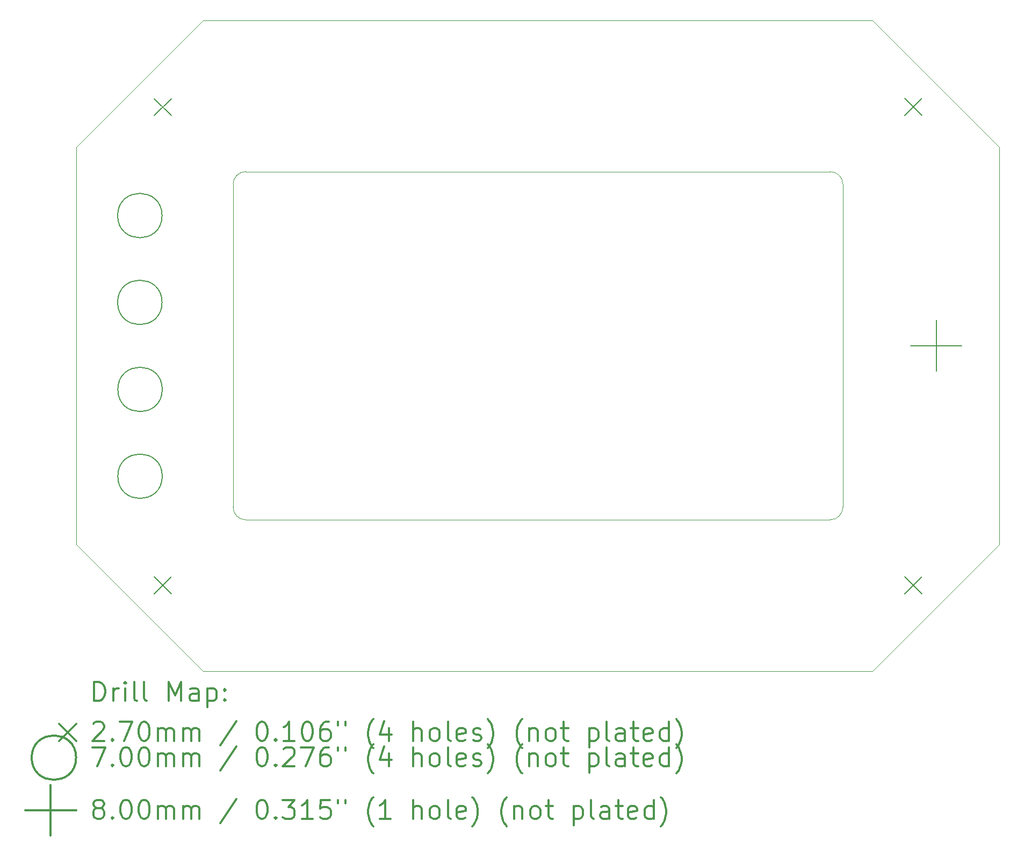
<source format=gbr>
%FSLAX45Y45*%
G04 Gerber Fmt 4.5, Leading zero omitted, Abs format (unit mm)*
G04 Created by KiCad (PCBNEW 5.1.9+dfsg1-1~bpo10+1) date 2021-11-03 11:38:21*
%MOMM*%
%LPD*%
G01*
G04 APERTURE LIST*
%TA.AperFunction,Profile*%
%ADD10C,0.050000*%
%TD*%
%ADD11C,0.200000*%
%ADD12C,0.300000*%
G04 APERTURE END LIST*
D10*
X19089750Y-5549750D02*
G75*
G02*
X19290000Y-5750000I0J-200250D01*
G01*
X19290000Y-10840000D02*
G75*
G02*
X19089750Y-11040250I-200250J0D01*
G01*
X9880250Y-11040250D02*
G75*
G02*
X9680000Y-10840000I0J200250D01*
G01*
X9680000Y-5750000D02*
G75*
G02*
X9880250Y-5549750I200250J0D01*
G01*
X19089750Y-5549750D02*
X9880250Y-5549750D01*
X19290000Y-10840000D02*
X19290000Y-5750000D01*
X9880250Y-11040250D02*
X19089750Y-11040250D01*
X9680000Y-5750000D02*
X9680000Y-10840000D01*
X9209000Y-13427500D02*
X7209000Y-11427500D01*
X19759000Y-13427500D02*
X9209000Y-13427500D01*
X21759000Y-11427500D02*
X19759000Y-13427500D01*
X21759000Y-5167500D02*
X21759000Y-11427500D01*
X19759000Y-3167500D02*
X21759000Y-5167500D01*
X9209000Y-3167500D02*
X19759000Y-3167500D01*
X7209000Y-5167500D02*
X9209000Y-3167500D01*
X7209000Y-11427500D02*
X7209000Y-5167500D01*
D11*
X8435000Y-4398000D02*
X8705000Y-4668000D01*
X8705000Y-4398000D02*
X8435000Y-4668000D01*
X8435000Y-11937000D02*
X8705000Y-12207000D01*
X8705000Y-11937000D02*
X8435000Y-12207000D01*
X20262600Y-11936180D02*
X20532600Y-12206180D01*
X20532600Y-11936180D02*
X20262600Y-12206180D01*
X20263000Y-4397000D02*
X20533000Y-4667000D01*
X20533000Y-4397000D02*
X20263000Y-4667000D01*
X8561000Y-6243000D02*
G75*
G03*
X8561000Y-6243000I-350000J0D01*
G01*
X8561000Y-7612000D02*
G75*
G03*
X8561000Y-7612000I-350000J0D01*
G01*
X8564000Y-8984000D02*
G75*
G03*
X8564000Y-8984000I-350000J0D01*
G01*
X8564000Y-10353000D02*
G75*
G03*
X8564000Y-10353000I-350000J0D01*
G01*
X20761000Y-7894000D02*
X20761000Y-8694000D01*
X20361000Y-8294000D02*
X21161000Y-8294000D01*
D12*
X7492928Y-13895714D02*
X7492928Y-13595714D01*
X7564357Y-13595714D01*
X7607214Y-13610000D01*
X7635786Y-13638571D01*
X7650071Y-13667143D01*
X7664357Y-13724286D01*
X7664357Y-13767143D01*
X7650071Y-13824286D01*
X7635786Y-13852857D01*
X7607214Y-13881429D01*
X7564357Y-13895714D01*
X7492928Y-13895714D01*
X7792928Y-13895714D02*
X7792928Y-13695714D01*
X7792928Y-13752857D02*
X7807214Y-13724286D01*
X7821500Y-13710000D01*
X7850071Y-13695714D01*
X7878643Y-13695714D01*
X7978643Y-13895714D02*
X7978643Y-13695714D01*
X7978643Y-13595714D02*
X7964357Y-13610000D01*
X7978643Y-13624286D01*
X7992928Y-13610000D01*
X7978643Y-13595714D01*
X7978643Y-13624286D01*
X8164357Y-13895714D02*
X8135786Y-13881429D01*
X8121500Y-13852857D01*
X8121500Y-13595714D01*
X8321500Y-13895714D02*
X8292928Y-13881429D01*
X8278643Y-13852857D01*
X8278643Y-13595714D01*
X8664357Y-13895714D02*
X8664357Y-13595714D01*
X8764357Y-13810000D01*
X8864357Y-13595714D01*
X8864357Y-13895714D01*
X9135786Y-13895714D02*
X9135786Y-13738571D01*
X9121500Y-13710000D01*
X9092928Y-13695714D01*
X9035786Y-13695714D01*
X9007214Y-13710000D01*
X9135786Y-13881429D02*
X9107214Y-13895714D01*
X9035786Y-13895714D01*
X9007214Y-13881429D01*
X8992928Y-13852857D01*
X8992928Y-13824286D01*
X9007214Y-13795714D01*
X9035786Y-13781429D01*
X9107214Y-13781429D01*
X9135786Y-13767143D01*
X9278643Y-13695714D02*
X9278643Y-13995714D01*
X9278643Y-13710000D02*
X9307214Y-13695714D01*
X9364357Y-13695714D01*
X9392928Y-13710000D01*
X9407214Y-13724286D01*
X9421500Y-13752857D01*
X9421500Y-13838571D01*
X9407214Y-13867143D01*
X9392928Y-13881429D01*
X9364357Y-13895714D01*
X9307214Y-13895714D01*
X9278643Y-13881429D01*
X9550071Y-13867143D02*
X9564357Y-13881429D01*
X9550071Y-13895714D01*
X9535786Y-13881429D01*
X9550071Y-13867143D01*
X9550071Y-13895714D01*
X9550071Y-13710000D02*
X9564357Y-13724286D01*
X9550071Y-13738571D01*
X9535786Y-13724286D01*
X9550071Y-13710000D01*
X9550071Y-13738571D01*
X6936500Y-14255000D02*
X7206500Y-14525000D01*
X7206500Y-14255000D02*
X6936500Y-14525000D01*
X7478643Y-14254286D02*
X7492928Y-14240000D01*
X7521500Y-14225714D01*
X7592928Y-14225714D01*
X7621500Y-14240000D01*
X7635786Y-14254286D01*
X7650071Y-14282857D01*
X7650071Y-14311429D01*
X7635786Y-14354286D01*
X7464357Y-14525714D01*
X7650071Y-14525714D01*
X7778643Y-14497143D02*
X7792928Y-14511429D01*
X7778643Y-14525714D01*
X7764357Y-14511429D01*
X7778643Y-14497143D01*
X7778643Y-14525714D01*
X7892928Y-14225714D02*
X8092928Y-14225714D01*
X7964357Y-14525714D01*
X8264357Y-14225714D02*
X8292928Y-14225714D01*
X8321500Y-14240000D01*
X8335786Y-14254286D01*
X8350071Y-14282857D01*
X8364357Y-14340000D01*
X8364357Y-14411429D01*
X8350071Y-14468571D01*
X8335786Y-14497143D01*
X8321500Y-14511429D01*
X8292928Y-14525714D01*
X8264357Y-14525714D01*
X8235786Y-14511429D01*
X8221500Y-14497143D01*
X8207214Y-14468571D01*
X8192928Y-14411429D01*
X8192928Y-14340000D01*
X8207214Y-14282857D01*
X8221500Y-14254286D01*
X8235786Y-14240000D01*
X8264357Y-14225714D01*
X8492928Y-14525714D02*
X8492928Y-14325714D01*
X8492928Y-14354286D02*
X8507214Y-14340000D01*
X8535786Y-14325714D01*
X8578643Y-14325714D01*
X8607214Y-14340000D01*
X8621500Y-14368571D01*
X8621500Y-14525714D01*
X8621500Y-14368571D02*
X8635786Y-14340000D01*
X8664357Y-14325714D01*
X8707214Y-14325714D01*
X8735786Y-14340000D01*
X8750071Y-14368571D01*
X8750071Y-14525714D01*
X8892928Y-14525714D02*
X8892928Y-14325714D01*
X8892928Y-14354286D02*
X8907214Y-14340000D01*
X8935786Y-14325714D01*
X8978643Y-14325714D01*
X9007214Y-14340000D01*
X9021500Y-14368571D01*
X9021500Y-14525714D01*
X9021500Y-14368571D02*
X9035786Y-14340000D01*
X9064357Y-14325714D01*
X9107214Y-14325714D01*
X9135786Y-14340000D01*
X9150071Y-14368571D01*
X9150071Y-14525714D01*
X9735786Y-14211429D02*
X9478643Y-14597143D01*
X10121500Y-14225714D02*
X10150071Y-14225714D01*
X10178643Y-14240000D01*
X10192928Y-14254286D01*
X10207214Y-14282857D01*
X10221500Y-14340000D01*
X10221500Y-14411429D01*
X10207214Y-14468571D01*
X10192928Y-14497143D01*
X10178643Y-14511429D01*
X10150071Y-14525714D01*
X10121500Y-14525714D01*
X10092928Y-14511429D01*
X10078643Y-14497143D01*
X10064357Y-14468571D01*
X10050071Y-14411429D01*
X10050071Y-14340000D01*
X10064357Y-14282857D01*
X10078643Y-14254286D01*
X10092928Y-14240000D01*
X10121500Y-14225714D01*
X10350071Y-14497143D02*
X10364357Y-14511429D01*
X10350071Y-14525714D01*
X10335786Y-14511429D01*
X10350071Y-14497143D01*
X10350071Y-14525714D01*
X10650071Y-14525714D02*
X10478643Y-14525714D01*
X10564357Y-14525714D02*
X10564357Y-14225714D01*
X10535786Y-14268571D01*
X10507214Y-14297143D01*
X10478643Y-14311429D01*
X10835786Y-14225714D02*
X10864357Y-14225714D01*
X10892928Y-14240000D01*
X10907214Y-14254286D01*
X10921500Y-14282857D01*
X10935786Y-14340000D01*
X10935786Y-14411429D01*
X10921500Y-14468571D01*
X10907214Y-14497143D01*
X10892928Y-14511429D01*
X10864357Y-14525714D01*
X10835786Y-14525714D01*
X10807214Y-14511429D01*
X10792928Y-14497143D01*
X10778643Y-14468571D01*
X10764357Y-14411429D01*
X10764357Y-14340000D01*
X10778643Y-14282857D01*
X10792928Y-14254286D01*
X10807214Y-14240000D01*
X10835786Y-14225714D01*
X11192928Y-14225714D02*
X11135786Y-14225714D01*
X11107214Y-14240000D01*
X11092928Y-14254286D01*
X11064357Y-14297143D01*
X11050071Y-14354286D01*
X11050071Y-14468571D01*
X11064357Y-14497143D01*
X11078643Y-14511429D01*
X11107214Y-14525714D01*
X11164357Y-14525714D01*
X11192928Y-14511429D01*
X11207214Y-14497143D01*
X11221500Y-14468571D01*
X11221500Y-14397143D01*
X11207214Y-14368571D01*
X11192928Y-14354286D01*
X11164357Y-14340000D01*
X11107214Y-14340000D01*
X11078643Y-14354286D01*
X11064357Y-14368571D01*
X11050071Y-14397143D01*
X11335786Y-14225714D02*
X11335786Y-14282857D01*
X11450071Y-14225714D02*
X11450071Y-14282857D01*
X11892928Y-14640000D02*
X11878643Y-14625714D01*
X11850071Y-14582857D01*
X11835786Y-14554286D01*
X11821500Y-14511429D01*
X11807214Y-14440000D01*
X11807214Y-14382857D01*
X11821500Y-14311429D01*
X11835786Y-14268571D01*
X11850071Y-14240000D01*
X11878643Y-14197143D01*
X11892928Y-14182857D01*
X12135786Y-14325714D02*
X12135786Y-14525714D01*
X12064357Y-14211429D02*
X11992928Y-14425714D01*
X12178643Y-14425714D01*
X12521500Y-14525714D02*
X12521500Y-14225714D01*
X12650071Y-14525714D02*
X12650071Y-14368571D01*
X12635786Y-14340000D01*
X12607214Y-14325714D01*
X12564357Y-14325714D01*
X12535786Y-14340000D01*
X12521500Y-14354286D01*
X12835786Y-14525714D02*
X12807214Y-14511429D01*
X12792928Y-14497143D01*
X12778643Y-14468571D01*
X12778643Y-14382857D01*
X12792928Y-14354286D01*
X12807214Y-14340000D01*
X12835786Y-14325714D01*
X12878643Y-14325714D01*
X12907214Y-14340000D01*
X12921500Y-14354286D01*
X12935786Y-14382857D01*
X12935786Y-14468571D01*
X12921500Y-14497143D01*
X12907214Y-14511429D01*
X12878643Y-14525714D01*
X12835786Y-14525714D01*
X13107214Y-14525714D02*
X13078643Y-14511429D01*
X13064357Y-14482857D01*
X13064357Y-14225714D01*
X13335786Y-14511429D02*
X13307214Y-14525714D01*
X13250071Y-14525714D01*
X13221500Y-14511429D01*
X13207214Y-14482857D01*
X13207214Y-14368571D01*
X13221500Y-14340000D01*
X13250071Y-14325714D01*
X13307214Y-14325714D01*
X13335786Y-14340000D01*
X13350071Y-14368571D01*
X13350071Y-14397143D01*
X13207214Y-14425714D01*
X13464357Y-14511429D02*
X13492928Y-14525714D01*
X13550071Y-14525714D01*
X13578643Y-14511429D01*
X13592928Y-14482857D01*
X13592928Y-14468571D01*
X13578643Y-14440000D01*
X13550071Y-14425714D01*
X13507214Y-14425714D01*
X13478643Y-14411429D01*
X13464357Y-14382857D01*
X13464357Y-14368571D01*
X13478643Y-14340000D01*
X13507214Y-14325714D01*
X13550071Y-14325714D01*
X13578643Y-14340000D01*
X13692928Y-14640000D02*
X13707214Y-14625714D01*
X13735786Y-14582857D01*
X13750071Y-14554286D01*
X13764357Y-14511429D01*
X13778643Y-14440000D01*
X13778643Y-14382857D01*
X13764357Y-14311429D01*
X13750071Y-14268571D01*
X13735786Y-14240000D01*
X13707214Y-14197143D01*
X13692928Y-14182857D01*
X14235786Y-14640000D02*
X14221500Y-14625714D01*
X14192928Y-14582857D01*
X14178643Y-14554286D01*
X14164357Y-14511429D01*
X14150071Y-14440000D01*
X14150071Y-14382857D01*
X14164357Y-14311429D01*
X14178643Y-14268571D01*
X14192928Y-14240000D01*
X14221500Y-14197143D01*
X14235786Y-14182857D01*
X14350071Y-14325714D02*
X14350071Y-14525714D01*
X14350071Y-14354286D02*
X14364357Y-14340000D01*
X14392928Y-14325714D01*
X14435786Y-14325714D01*
X14464357Y-14340000D01*
X14478643Y-14368571D01*
X14478643Y-14525714D01*
X14664357Y-14525714D02*
X14635786Y-14511429D01*
X14621500Y-14497143D01*
X14607214Y-14468571D01*
X14607214Y-14382857D01*
X14621500Y-14354286D01*
X14635786Y-14340000D01*
X14664357Y-14325714D01*
X14707214Y-14325714D01*
X14735786Y-14340000D01*
X14750071Y-14354286D01*
X14764357Y-14382857D01*
X14764357Y-14468571D01*
X14750071Y-14497143D01*
X14735786Y-14511429D01*
X14707214Y-14525714D01*
X14664357Y-14525714D01*
X14850071Y-14325714D02*
X14964357Y-14325714D01*
X14892928Y-14225714D02*
X14892928Y-14482857D01*
X14907214Y-14511429D01*
X14935786Y-14525714D01*
X14964357Y-14525714D01*
X15292928Y-14325714D02*
X15292928Y-14625714D01*
X15292928Y-14340000D02*
X15321500Y-14325714D01*
X15378643Y-14325714D01*
X15407214Y-14340000D01*
X15421500Y-14354286D01*
X15435786Y-14382857D01*
X15435786Y-14468571D01*
X15421500Y-14497143D01*
X15407214Y-14511429D01*
X15378643Y-14525714D01*
X15321500Y-14525714D01*
X15292928Y-14511429D01*
X15607214Y-14525714D02*
X15578643Y-14511429D01*
X15564357Y-14482857D01*
X15564357Y-14225714D01*
X15850071Y-14525714D02*
X15850071Y-14368571D01*
X15835786Y-14340000D01*
X15807214Y-14325714D01*
X15750071Y-14325714D01*
X15721500Y-14340000D01*
X15850071Y-14511429D02*
X15821500Y-14525714D01*
X15750071Y-14525714D01*
X15721500Y-14511429D01*
X15707214Y-14482857D01*
X15707214Y-14454286D01*
X15721500Y-14425714D01*
X15750071Y-14411429D01*
X15821500Y-14411429D01*
X15850071Y-14397143D01*
X15950071Y-14325714D02*
X16064357Y-14325714D01*
X15992928Y-14225714D02*
X15992928Y-14482857D01*
X16007214Y-14511429D01*
X16035786Y-14525714D01*
X16064357Y-14525714D01*
X16278643Y-14511429D02*
X16250071Y-14525714D01*
X16192928Y-14525714D01*
X16164357Y-14511429D01*
X16150071Y-14482857D01*
X16150071Y-14368571D01*
X16164357Y-14340000D01*
X16192928Y-14325714D01*
X16250071Y-14325714D01*
X16278643Y-14340000D01*
X16292928Y-14368571D01*
X16292928Y-14397143D01*
X16150071Y-14425714D01*
X16550071Y-14525714D02*
X16550071Y-14225714D01*
X16550071Y-14511429D02*
X16521500Y-14525714D01*
X16464357Y-14525714D01*
X16435786Y-14511429D01*
X16421500Y-14497143D01*
X16407214Y-14468571D01*
X16407214Y-14382857D01*
X16421500Y-14354286D01*
X16435786Y-14340000D01*
X16464357Y-14325714D01*
X16521500Y-14325714D01*
X16550071Y-14340000D01*
X16664357Y-14640000D02*
X16678643Y-14625714D01*
X16707214Y-14582857D01*
X16721500Y-14554286D01*
X16735786Y-14511429D01*
X16750071Y-14440000D01*
X16750071Y-14382857D01*
X16735786Y-14311429D01*
X16721500Y-14268571D01*
X16707214Y-14240000D01*
X16678643Y-14197143D01*
X16664357Y-14182857D01*
X7206500Y-14790000D02*
G75*
G03*
X7206500Y-14790000I-350000J0D01*
G01*
X7464357Y-14625714D02*
X7664357Y-14625714D01*
X7535786Y-14925714D01*
X7778643Y-14897143D02*
X7792928Y-14911429D01*
X7778643Y-14925714D01*
X7764357Y-14911429D01*
X7778643Y-14897143D01*
X7778643Y-14925714D01*
X7978643Y-14625714D02*
X8007214Y-14625714D01*
X8035786Y-14640000D01*
X8050071Y-14654286D01*
X8064357Y-14682857D01*
X8078643Y-14740000D01*
X8078643Y-14811429D01*
X8064357Y-14868571D01*
X8050071Y-14897143D01*
X8035786Y-14911429D01*
X8007214Y-14925714D01*
X7978643Y-14925714D01*
X7950071Y-14911429D01*
X7935786Y-14897143D01*
X7921500Y-14868571D01*
X7907214Y-14811429D01*
X7907214Y-14740000D01*
X7921500Y-14682857D01*
X7935786Y-14654286D01*
X7950071Y-14640000D01*
X7978643Y-14625714D01*
X8264357Y-14625714D02*
X8292928Y-14625714D01*
X8321500Y-14640000D01*
X8335786Y-14654286D01*
X8350071Y-14682857D01*
X8364357Y-14740000D01*
X8364357Y-14811429D01*
X8350071Y-14868571D01*
X8335786Y-14897143D01*
X8321500Y-14911429D01*
X8292928Y-14925714D01*
X8264357Y-14925714D01*
X8235786Y-14911429D01*
X8221500Y-14897143D01*
X8207214Y-14868571D01*
X8192928Y-14811429D01*
X8192928Y-14740000D01*
X8207214Y-14682857D01*
X8221500Y-14654286D01*
X8235786Y-14640000D01*
X8264357Y-14625714D01*
X8492928Y-14925714D02*
X8492928Y-14725714D01*
X8492928Y-14754286D02*
X8507214Y-14740000D01*
X8535786Y-14725714D01*
X8578643Y-14725714D01*
X8607214Y-14740000D01*
X8621500Y-14768571D01*
X8621500Y-14925714D01*
X8621500Y-14768571D02*
X8635786Y-14740000D01*
X8664357Y-14725714D01*
X8707214Y-14725714D01*
X8735786Y-14740000D01*
X8750071Y-14768571D01*
X8750071Y-14925714D01*
X8892928Y-14925714D02*
X8892928Y-14725714D01*
X8892928Y-14754286D02*
X8907214Y-14740000D01*
X8935786Y-14725714D01*
X8978643Y-14725714D01*
X9007214Y-14740000D01*
X9021500Y-14768571D01*
X9021500Y-14925714D01*
X9021500Y-14768571D02*
X9035786Y-14740000D01*
X9064357Y-14725714D01*
X9107214Y-14725714D01*
X9135786Y-14740000D01*
X9150071Y-14768571D01*
X9150071Y-14925714D01*
X9735786Y-14611429D02*
X9478643Y-14997143D01*
X10121500Y-14625714D02*
X10150071Y-14625714D01*
X10178643Y-14640000D01*
X10192928Y-14654286D01*
X10207214Y-14682857D01*
X10221500Y-14740000D01*
X10221500Y-14811429D01*
X10207214Y-14868571D01*
X10192928Y-14897143D01*
X10178643Y-14911429D01*
X10150071Y-14925714D01*
X10121500Y-14925714D01*
X10092928Y-14911429D01*
X10078643Y-14897143D01*
X10064357Y-14868571D01*
X10050071Y-14811429D01*
X10050071Y-14740000D01*
X10064357Y-14682857D01*
X10078643Y-14654286D01*
X10092928Y-14640000D01*
X10121500Y-14625714D01*
X10350071Y-14897143D02*
X10364357Y-14911429D01*
X10350071Y-14925714D01*
X10335786Y-14911429D01*
X10350071Y-14897143D01*
X10350071Y-14925714D01*
X10478643Y-14654286D02*
X10492928Y-14640000D01*
X10521500Y-14625714D01*
X10592928Y-14625714D01*
X10621500Y-14640000D01*
X10635786Y-14654286D01*
X10650071Y-14682857D01*
X10650071Y-14711429D01*
X10635786Y-14754286D01*
X10464357Y-14925714D01*
X10650071Y-14925714D01*
X10750071Y-14625714D02*
X10950071Y-14625714D01*
X10821500Y-14925714D01*
X11192928Y-14625714D02*
X11135786Y-14625714D01*
X11107214Y-14640000D01*
X11092928Y-14654286D01*
X11064357Y-14697143D01*
X11050071Y-14754286D01*
X11050071Y-14868571D01*
X11064357Y-14897143D01*
X11078643Y-14911429D01*
X11107214Y-14925714D01*
X11164357Y-14925714D01*
X11192928Y-14911429D01*
X11207214Y-14897143D01*
X11221500Y-14868571D01*
X11221500Y-14797143D01*
X11207214Y-14768571D01*
X11192928Y-14754286D01*
X11164357Y-14740000D01*
X11107214Y-14740000D01*
X11078643Y-14754286D01*
X11064357Y-14768571D01*
X11050071Y-14797143D01*
X11335786Y-14625714D02*
X11335786Y-14682857D01*
X11450071Y-14625714D02*
X11450071Y-14682857D01*
X11892928Y-15040000D02*
X11878643Y-15025714D01*
X11850071Y-14982857D01*
X11835786Y-14954286D01*
X11821500Y-14911429D01*
X11807214Y-14840000D01*
X11807214Y-14782857D01*
X11821500Y-14711429D01*
X11835786Y-14668571D01*
X11850071Y-14640000D01*
X11878643Y-14597143D01*
X11892928Y-14582857D01*
X12135786Y-14725714D02*
X12135786Y-14925714D01*
X12064357Y-14611429D02*
X11992928Y-14825714D01*
X12178643Y-14825714D01*
X12521500Y-14925714D02*
X12521500Y-14625714D01*
X12650071Y-14925714D02*
X12650071Y-14768571D01*
X12635786Y-14740000D01*
X12607214Y-14725714D01*
X12564357Y-14725714D01*
X12535786Y-14740000D01*
X12521500Y-14754286D01*
X12835786Y-14925714D02*
X12807214Y-14911429D01*
X12792928Y-14897143D01*
X12778643Y-14868571D01*
X12778643Y-14782857D01*
X12792928Y-14754286D01*
X12807214Y-14740000D01*
X12835786Y-14725714D01*
X12878643Y-14725714D01*
X12907214Y-14740000D01*
X12921500Y-14754286D01*
X12935786Y-14782857D01*
X12935786Y-14868571D01*
X12921500Y-14897143D01*
X12907214Y-14911429D01*
X12878643Y-14925714D01*
X12835786Y-14925714D01*
X13107214Y-14925714D02*
X13078643Y-14911429D01*
X13064357Y-14882857D01*
X13064357Y-14625714D01*
X13335786Y-14911429D02*
X13307214Y-14925714D01*
X13250071Y-14925714D01*
X13221500Y-14911429D01*
X13207214Y-14882857D01*
X13207214Y-14768571D01*
X13221500Y-14740000D01*
X13250071Y-14725714D01*
X13307214Y-14725714D01*
X13335786Y-14740000D01*
X13350071Y-14768571D01*
X13350071Y-14797143D01*
X13207214Y-14825714D01*
X13464357Y-14911429D02*
X13492928Y-14925714D01*
X13550071Y-14925714D01*
X13578643Y-14911429D01*
X13592928Y-14882857D01*
X13592928Y-14868571D01*
X13578643Y-14840000D01*
X13550071Y-14825714D01*
X13507214Y-14825714D01*
X13478643Y-14811429D01*
X13464357Y-14782857D01*
X13464357Y-14768571D01*
X13478643Y-14740000D01*
X13507214Y-14725714D01*
X13550071Y-14725714D01*
X13578643Y-14740000D01*
X13692928Y-15040000D02*
X13707214Y-15025714D01*
X13735786Y-14982857D01*
X13750071Y-14954286D01*
X13764357Y-14911429D01*
X13778643Y-14840000D01*
X13778643Y-14782857D01*
X13764357Y-14711429D01*
X13750071Y-14668571D01*
X13735786Y-14640000D01*
X13707214Y-14597143D01*
X13692928Y-14582857D01*
X14235786Y-15040000D02*
X14221500Y-15025714D01*
X14192928Y-14982857D01*
X14178643Y-14954286D01*
X14164357Y-14911429D01*
X14150071Y-14840000D01*
X14150071Y-14782857D01*
X14164357Y-14711429D01*
X14178643Y-14668571D01*
X14192928Y-14640000D01*
X14221500Y-14597143D01*
X14235786Y-14582857D01*
X14350071Y-14725714D02*
X14350071Y-14925714D01*
X14350071Y-14754286D02*
X14364357Y-14740000D01*
X14392928Y-14725714D01*
X14435786Y-14725714D01*
X14464357Y-14740000D01*
X14478643Y-14768571D01*
X14478643Y-14925714D01*
X14664357Y-14925714D02*
X14635786Y-14911429D01*
X14621500Y-14897143D01*
X14607214Y-14868571D01*
X14607214Y-14782857D01*
X14621500Y-14754286D01*
X14635786Y-14740000D01*
X14664357Y-14725714D01*
X14707214Y-14725714D01*
X14735786Y-14740000D01*
X14750071Y-14754286D01*
X14764357Y-14782857D01*
X14764357Y-14868571D01*
X14750071Y-14897143D01*
X14735786Y-14911429D01*
X14707214Y-14925714D01*
X14664357Y-14925714D01*
X14850071Y-14725714D02*
X14964357Y-14725714D01*
X14892928Y-14625714D02*
X14892928Y-14882857D01*
X14907214Y-14911429D01*
X14935786Y-14925714D01*
X14964357Y-14925714D01*
X15292928Y-14725714D02*
X15292928Y-15025714D01*
X15292928Y-14740000D02*
X15321500Y-14725714D01*
X15378643Y-14725714D01*
X15407214Y-14740000D01*
X15421500Y-14754286D01*
X15435786Y-14782857D01*
X15435786Y-14868571D01*
X15421500Y-14897143D01*
X15407214Y-14911429D01*
X15378643Y-14925714D01*
X15321500Y-14925714D01*
X15292928Y-14911429D01*
X15607214Y-14925714D02*
X15578643Y-14911429D01*
X15564357Y-14882857D01*
X15564357Y-14625714D01*
X15850071Y-14925714D02*
X15850071Y-14768571D01*
X15835786Y-14740000D01*
X15807214Y-14725714D01*
X15750071Y-14725714D01*
X15721500Y-14740000D01*
X15850071Y-14911429D02*
X15821500Y-14925714D01*
X15750071Y-14925714D01*
X15721500Y-14911429D01*
X15707214Y-14882857D01*
X15707214Y-14854286D01*
X15721500Y-14825714D01*
X15750071Y-14811429D01*
X15821500Y-14811429D01*
X15850071Y-14797143D01*
X15950071Y-14725714D02*
X16064357Y-14725714D01*
X15992928Y-14625714D02*
X15992928Y-14882857D01*
X16007214Y-14911429D01*
X16035786Y-14925714D01*
X16064357Y-14925714D01*
X16278643Y-14911429D02*
X16250071Y-14925714D01*
X16192928Y-14925714D01*
X16164357Y-14911429D01*
X16150071Y-14882857D01*
X16150071Y-14768571D01*
X16164357Y-14740000D01*
X16192928Y-14725714D01*
X16250071Y-14725714D01*
X16278643Y-14740000D01*
X16292928Y-14768571D01*
X16292928Y-14797143D01*
X16150071Y-14825714D01*
X16550071Y-14925714D02*
X16550071Y-14625714D01*
X16550071Y-14911429D02*
X16521500Y-14925714D01*
X16464357Y-14925714D01*
X16435786Y-14911429D01*
X16421500Y-14897143D01*
X16407214Y-14868571D01*
X16407214Y-14782857D01*
X16421500Y-14754286D01*
X16435786Y-14740000D01*
X16464357Y-14725714D01*
X16521500Y-14725714D01*
X16550071Y-14740000D01*
X16664357Y-15040000D02*
X16678643Y-15025714D01*
X16707214Y-14982857D01*
X16721500Y-14954286D01*
X16735786Y-14911429D01*
X16750071Y-14840000D01*
X16750071Y-14782857D01*
X16735786Y-14711429D01*
X16721500Y-14668571D01*
X16707214Y-14640000D01*
X16678643Y-14597143D01*
X16664357Y-14582857D01*
X6806500Y-15220000D02*
X6806500Y-16020000D01*
X6406500Y-15620000D02*
X7206500Y-15620000D01*
X7535786Y-15584286D02*
X7507214Y-15570000D01*
X7492928Y-15555714D01*
X7478643Y-15527143D01*
X7478643Y-15512857D01*
X7492928Y-15484286D01*
X7507214Y-15470000D01*
X7535786Y-15455714D01*
X7592928Y-15455714D01*
X7621500Y-15470000D01*
X7635786Y-15484286D01*
X7650071Y-15512857D01*
X7650071Y-15527143D01*
X7635786Y-15555714D01*
X7621500Y-15570000D01*
X7592928Y-15584286D01*
X7535786Y-15584286D01*
X7507214Y-15598571D01*
X7492928Y-15612857D01*
X7478643Y-15641429D01*
X7478643Y-15698571D01*
X7492928Y-15727143D01*
X7507214Y-15741429D01*
X7535786Y-15755714D01*
X7592928Y-15755714D01*
X7621500Y-15741429D01*
X7635786Y-15727143D01*
X7650071Y-15698571D01*
X7650071Y-15641429D01*
X7635786Y-15612857D01*
X7621500Y-15598571D01*
X7592928Y-15584286D01*
X7778643Y-15727143D02*
X7792928Y-15741429D01*
X7778643Y-15755714D01*
X7764357Y-15741429D01*
X7778643Y-15727143D01*
X7778643Y-15755714D01*
X7978643Y-15455714D02*
X8007214Y-15455714D01*
X8035786Y-15470000D01*
X8050071Y-15484286D01*
X8064357Y-15512857D01*
X8078643Y-15570000D01*
X8078643Y-15641429D01*
X8064357Y-15698571D01*
X8050071Y-15727143D01*
X8035786Y-15741429D01*
X8007214Y-15755714D01*
X7978643Y-15755714D01*
X7950071Y-15741429D01*
X7935786Y-15727143D01*
X7921500Y-15698571D01*
X7907214Y-15641429D01*
X7907214Y-15570000D01*
X7921500Y-15512857D01*
X7935786Y-15484286D01*
X7950071Y-15470000D01*
X7978643Y-15455714D01*
X8264357Y-15455714D02*
X8292928Y-15455714D01*
X8321500Y-15470000D01*
X8335786Y-15484286D01*
X8350071Y-15512857D01*
X8364357Y-15570000D01*
X8364357Y-15641429D01*
X8350071Y-15698571D01*
X8335786Y-15727143D01*
X8321500Y-15741429D01*
X8292928Y-15755714D01*
X8264357Y-15755714D01*
X8235786Y-15741429D01*
X8221500Y-15727143D01*
X8207214Y-15698571D01*
X8192928Y-15641429D01*
X8192928Y-15570000D01*
X8207214Y-15512857D01*
X8221500Y-15484286D01*
X8235786Y-15470000D01*
X8264357Y-15455714D01*
X8492928Y-15755714D02*
X8492928Y-15555714D01*
X8492928Y-15584286D02*
X8507214Y-15570000D01*
X8535786Y-15555714D01*
X8578643Y-15555714D01*
X8607214Y-15570000D01*
X8621500Y-15598571D01*
X8621500Y-15755714D01*
X8621500Y-15598571D02*
X8635786Y-15570000D01*
X8664357Y-15555714D01*
X8707214Y-15555714D01*
X8735786Y-15570000D01*
X8750071Y-15598571D01*
X8750071Y-15755714D01*
X8892928Y-15755714D02*
X8892928Y-15555714D01*
X8892928Y-15584286D02*
X8907214Y-15570000D01*
X8935786Y-15555714D01*
X8978643Y-15555714D01*
X9007214Y-15570000D01*
X9021500Y-15598571D01*
X9021500Y-15755714D01*
X9021500Y-15598571D02*
X9035786Y-15570000D01*
X9064357Y-15555714D01*
X9107214Y-15555714D01*
X9135786Y-15570000D01*
X9150071Y-15598571D01*
X9150071Y-15755714D01*
X9735786Y-15441429D02*
X9478643Y-15827143D01*
X10121500Y-15455714D02*
X10150071Y-15455714D01*
X10178643Y-15470000D01*
X10192928Y-15484286D01*
X10207214Y-15512857D01*
X10221500Y-15570000D01*
X10221500Y-15641429D01*
X10207214Y-15698571D01*
X10192928Y-15727143D01*
X10178643Y-15741429D01*
X10150071Y-15755714D01*
X10121500Y-15755714D01*
X10092928Y-15741429D01*
X10078643Y-15727143D01*
X10064357Y-15698571D01*
X10050071Y-15641429D01*
X10050071Y-15570000D01*
X10064357Y-15512857D01*
X10078643Y-15484286D01*
X10092928Y-15470000D01*
X10121500Y-15455714D01*
X10350071Y-15727143D02*
X10364357Y-15741429D01*
X10350071Y-15755714D01*
X10335786Y-15741429D01*
X10350071Y-15727143D01*
X10350071Y-15755714D01*
X10464357Y-15455714D02*
X10650071Y-15455714D01*
X10550071Y-15570000D01*
X10592928Y-15570000D01*
X10621500Y-15584286D01*
X10635786Y-15598571D01*
X10650071Y-15627143D01*
X10650071Y-15698571D01*
X10635786Y-15727143D01*
X10621500Y-15741429D01*
X10592928Y-15755714D01*
X10507214Y-15755714D01*
X10478643Y-15741429D01*
X10464357Y-15727143D01*
X10935786Y-15755714D02*
X10764357Y-15755714D01*
X10850071Y-15755714D02*
X10850071Y-15455714D01*
X10821500Y-15498571D01*
X10792928Y-15527143D01*
X10764357Y-15541429D01*
X11207214Y-15455714D02*
X11064357Y-15455714D01*
X11050071Y-15598571D01*
X11064357Y-15584286D01*
X11092928Y-15570000D01*
X11164357Y-15570000D01*
X11192928Y-15584286D01*
X11207214Y-15598571D01*
X11221500Y-15627143D01*
X11221500Y-15698571D01*
X11207214Y-15727143D01*
X11192928Y-15741429D01*
X11164357Y-15755714D01*
X11092928Y-15755714D01*
X11064357Y-15741429D01*
X11050071Y-15727143D01*
X11335786Y-15455714D02*
X11335786Y-15512857D01*
X11450071Y-15455714D02*
X11450071Y-15512857D01*
X11892928Y-15870000D02*
X11878643Y-15855714D01*
X11850071Y-15812857D01*
X11835786Y-15784286D01*
X11821500Y-15741429D01*
X11807214Y-15670000D01*
X11807214Y-15612857D01*
X11821500Y-15541429D01*
X11835786Y-15498571D01*
X11850071Y-15470000D01*
X11878643Y-15427143D01*
X11892928Y-15412857D01*
X12164357Y-15755714D02*
X11992928Y-15755714D01*
X12078643Y-15755714D02*
X12078643Y-15455714D01*
X12050071Y-15498571D01*
X12021500Y-15527143D01*
X11992928Y-15541429D01*
X12521500Y-15755714D02*
X12521500Y-15455714D01*
X12650071Y-15755714D02*
X12650071Y-15598571D01*
X12635786Y-15570000D01*
X12607214Y-15555714D01*
X12564357Y-15555714D01*
X12535786Y-15570000D01*
X12521500Y-15584286D01*
X12835786Y-15755714D02*
X12807214Y-15741429D01*
X12792928Y-15727143D01*
X12778643Y-15698571D01*
X12778643Y-15612857D01*
X12792928Y-15584286D01*
X12807214Y-15570000D01*
X12835786Y-15555714D01*
X12878643Y-15555714D01*
X12907214Y-15570000D01*
X12921500Y-15584286D01*
X12935786Y-15612857D01*
X12935786Y-15698571D01*
X12921500Y-15727143D01*
X12907214Y-15741429D01*
X12878643Y-15755714D01*
X12835786Y-15755714D01*
X13107214Y-15755714D02*
X13078643Y-15741429D01*
X13064357Y-15712857D01*
X13064357Y-15455714D01*
X13335786Y-15741429D02*
X13307214Y-15755714D01*
X13250071Y-15755714D01*
X13221500Y-15741429D01*
X13207214Y-15712857D01*
X13207214Y-15598571D01*
X13221500Y-15570000D01*
X13250071Y-15555714D01*
X13307214Y-15555714D01*
X13335786Y-15570000D01*
X13350071Y-15598571D01*
X13350071Y-15627143D01*
X13207214Y-15655714D01*
X13450071Y-15870000D02*
X13464357Y-15855714D01*
X13492928Y-15812857D01*
X13507214Y-15784286D01*
X13521500Y-15741429D01*
X13535786Y-15670000D01*
X13535786Y-15612857D01*
X13521500Y-15541429D01*
X13507214Y-15498571D01*
X13492928Y-15470000D01*
X13464357Y-15427143D01*
X13450071Y-15412857D01*
X13992928Y-15870000D02*
X13978643Y-15855714D01*
X13950071Y-15812857D01*
X13935786Y-15784286D01*
X13921500Y-15741429D01*
X13907214Y-15670000D01*
X13907214Y-15612857D01*
X13921500Y-15541429D01*
X13935786Y-15498571D01*
X13950071Y-15470000D01*
X13978643Y-15427143D01*
X13992928Y-15412857D01*
X14107214Y-15555714D02*
X14107214Y-15755714D01*
X14107214Y-15584286D02*
X14121500Y-15570000D01*
X14150071Y-15555714D01*
X14192928Y-15555714D01*
X14221500Y-15570000D01*
X14235786Y-15598571D01*
X14235786Y-15755714D01*
X14421500Y-15755714D02*
X14392928Y-15741429D01*
X14378643Y-15727143D01*
X14364357Y-15698571D01*
X14364357Y-15612857D01*
X14378643Y-15584286D01*
X14392928Y-15570000D01*
X14421500Y-15555714D01*
X14464357Y-15555714D01*
X14492928Y-15570000D01*
X14507214Y-15584286D01*
X14521500Y-15612857D01*
X14521500Y-15698571D01*
X14507214Y-15727143D01*
X14492928Y-15741429D01*
X14464357Y-15755714D01*
X14421500Y-15755714D01*
X14607214Y-15555714D02*
X14721500Y-15555714D01*
X14650071Y-15455714D02*
X14650071Y-15712857D01*
X14664357Y-15741429D01*
X14692928Y-15755714D01*
X14721500Y-15755714D01*
X15050071Y-15555714D02*
X15050071Y-15855714D01*
X15050071Y-15570000D02*
X15078643Y-15555714D01*
X15135786Y-15555714D01*
X15164357Y-15570000D01*
X15178643Y-15584286D01*
X15192928Y-15612857D01*
X15192928Y-15698571D01*
X15178643Y-15727143D01*
X15164357Y-15741429D01*
X15135786Y-15755714D01*
X15078643Y-15755714D01*
X15050071Y-15741429D01*
X15364357Y-15755714D02*
X15335786Y-15741429D01*
X15321500Y-15712857D01*
X15321500Y-15455714D01*
X15607214Y-15755714D02*
X15607214Y-15598571D01*
X15592928Y-15570000D01*
X15564357Y-15555714D01*
X15507214Y-15555714D01*
X15478643Y-15570000D01*
X15607214Y-15741429D02*
X15578643Y-15755714D01*
X15507214Y-15755714D01*
X15478643Y-15741429D01*
X15464357Y-15712857D01*
X15464357Y-15684286D01*
X15478643Y-15655714D01*
X15507214Y-15641429D01*
X15578643Y-15641429D01*
X15607214Y-15627143D01*
X15707214Y-15555714D02*
X15821500Y-15555714D01*
X15750071Y-15455714D02*
X15750071Y-15712857D01*
X15764357Y-15741429D01*
X15792928Y-15755714D01*
X15821500Y-15755714D01*
X16035786Y-15741429D02*
X16007214Y-15755714D01*
X15950071Y-15755714D01*
X15921500Y-15741429D01*
X15907214Y-15712857D01*
X15907214Y-15598571D01*
X15921500Y-15570000D01*
X15950071Y-15555714D01*
X16007214Y-15555714D01*
X16035786Y-15570000D01*
X16050071Y-15598571D01*
X16050071Y-15627143D01*
X15907214Y-15655714D01*
X16307214Y-15755714D02*
X16307214Y-15455714D01*
X16307214Y-15741429D02*
X16278643Y-15755714D01*
X16221500Y-15755714D01*
X16192928Y-15741429D01*
X16178643Y-15727143D01*
X16164357Y-15698571D01*
X16164357Y-15612857D01*
X16178643Y-15584286D01*
X16192928Y-15570000D01*
X16221500Y-15555714D01*
X16278643Y-15555714D01*
X16307214Y-15570000D01*
X16421500Y-15870000D02*
X16435786Y-15855714D01*
X16464357Y-15812857D01*
X16478643Y-15784286D01*
X16492928Y-15741429D01*
X16507214Y-15670000D01*
X16507214Y-15612857D01*
X16492928Y-15541429D01*
X16478643Y-15498571D01*
X16464357Y-15470000D01*
X16435786Y-15427143D01*
X16421500Y-15412857D01*
M02*

</source>
